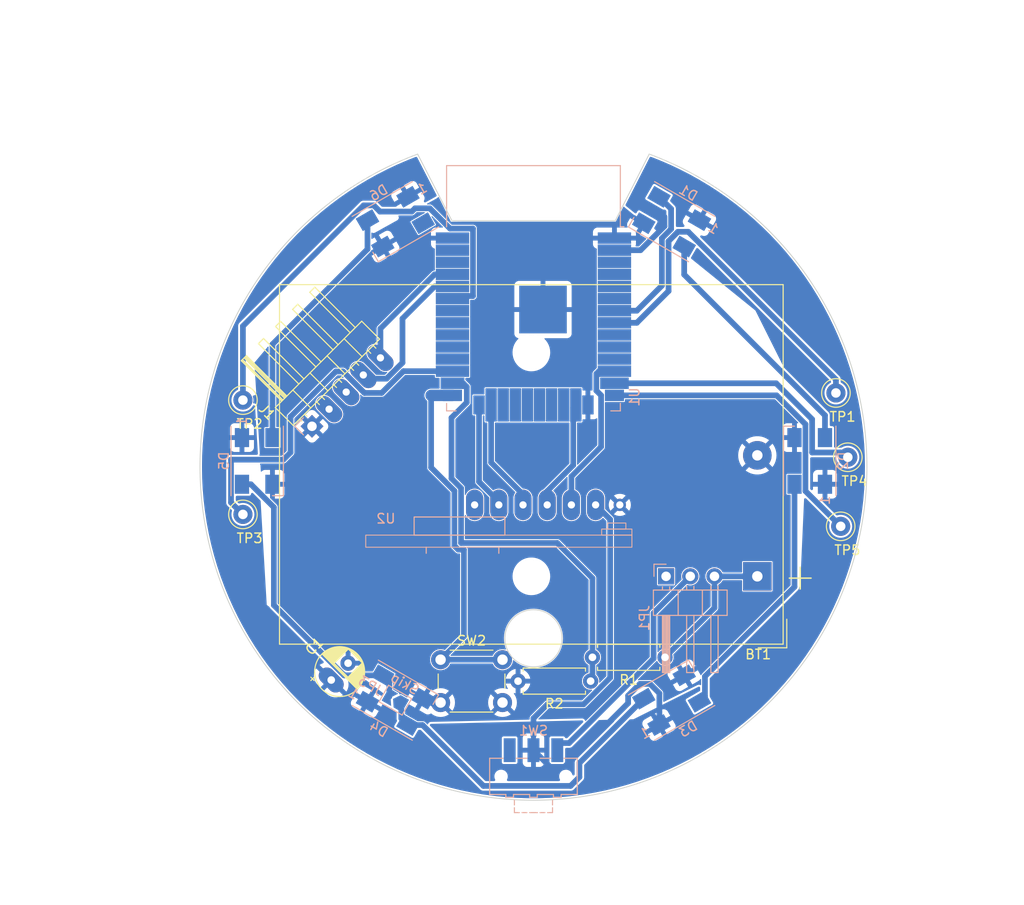
<source format=kicad_pcb>
(kicad_pcb (version 20211014) (generator pcbnew)
  (layers (0 "F.Cu" signal) (31 "B.Cu" signal) (34 "B.Paste" user) (35 "F.Paste" user) (36 "B.SilkS" user "B.Silkscreen") (37 "F.SilkS" user "F.Silkscreen") (38 "B.Mask" user) (39 "F.Mask" user) (44 "Edge.Cuts" user))
  (net 0 "")
  (net 1 "+3V3")
  (net 2 "GND")
  (net 3 "Net-(D1-Pad2)")
  (net 4 "Net-(D2-Pad2)")
  (net 5 "Net-(D3-Pad2)")
  (net 6 "Net-(D4-Pad2)")
  (net 20 "+BATT")
  (net 21 "Neopixel")
  (net 23 "/FTDI_3V3")
  (net 24 "/RX")
  (net 25 "/TX")
  (net 26 "BATTERY_METER")
  (net 27 "Net-(JP1-Pad2)")
  (net 28 "FLASH")
  (net 29 "TOUCH-9")
  (net 30 "TOUCH-8")
  (net 31 "TOUCH-7")
  (net 32 "TOUCH-6")
  (net 33 "TOUCH-5")
  (net 34 "Net-(D5-Pad2)")
  (net 35 "DAC1")
  (net 36 "DAC2")
  (net 38 "RADIO-0")
  (net 44 "RADIO-1")
  (net 45 "RADIO-2")
  (net 46 "RADIO-3")
  (footprint "TestPoint:TestPoint_Loop_D1.80mm_Drill1.0mm_Beaded" (layer "F.Cu") (at 133 99)
    (fp_text reference "TP4" (at 0.7 2.5) (layer "F.SilkS"))
    (fp_text value "Touch")
    (pad "1" thru_hole circle (at 0 0) (size 2 2) (drill 1) (layers *.Cu *.Mask) (net 32 "TOUCH-6"))
  )
  (footprint "TestPoint:TestPoint_Loop_D1.80mm_Drill1.0mm_Beaded" (layer "F.Cu") (at 132.25 106.25)
    (fp_text reference "TP5" (at 0.7 2.5) (layer "F.SilkS"))
    (fp_text value "Touch")
    (pad "1" thru_hole circle (at 0 0) (size 2 2) (drill 1) (layers *.Cu *.Mask) (net 33 "TOUCH-5"))
  )
  (footprint "TestPoint:TestPoint_Loop_D1.80mm_Drill1.0mm_Beaded" (layer "F.Cu") (at 131.75 92.25)
    (fp_text reference "TP1" (at 0.7 2.5) (layer "F.SilkS"))
    (fp_text value "Touch")
    (pad "1" thru_hole circle (at 0 0) (size 2 2) (drill 1) (layers *.Cu *.Mask) (net 29 "TOUCH-9"))
  )
  (footprint "TestPoint:TestPoint_Loop_D1.80mm_Drill1.0mm_Beaded" (layer "F.Cu") (at 69.5 105)
    (fp_text reference "TP3" (at 0.7 2.5) (layer "F.SilkS"))
    (fp_text value "Touch")
    (pad "1" thru_hole circle (at 0 0) (size 2 2) (drill 1) (layers *.Cu *.Mask) (net 31 "TOUCH-7"))
  )
  (footprint "Resistor_THT:R_Axial_DIN0207_L6.3mm_D2.5mm_P7.62mm_Horizontal" (layer "F.Cu") (at 113.81 120 180)
    (fp_text reference "R1" (at 3.81 -2.37) (layer "F.SilkS"))
    (fp_text value "R")
    (pad "1" thru_hole circle (at 0 0 180) (size 1.6 1.6) (drill 0.8) (layers *.Cu *.Mask) (net 20 "+BATT"))
    (pad "2" thru_hole oval (at 7.62 0 180) (size 1.6 1.6) (drill 0.8) (layers *.Cu *.Mask) (net 26 "BATTERY_METER"))
  )
  (footprint "Battery:BatteryHolder_Keystone_2479_3xAAA" (layer "F.Cu") (at 123.5 111.5 180)
    (fp_text reference "BT1" (at -0.09 -8.195) (layer "F.SilkS"))
    (fp_text value "Battery")
    (fp_text user "+" (at -4.5 0.05) (layer "F.SilkS") (effects (font (size 3 3))))
    (pad "" np_thru_hole circle locked (at 23.72 23.5 180) (size 3.45 3.45) (drill 3.45) (layers *.Cu *.Mask))
    (pad "" np_thru_hole circle locked (at 23.72 0 180) (size 3.45 3.45) (drill 3.45) (layers *.Cu *.Mask))
    (pad "1" thru_hole rect locked (at 0 0 180) (size 3 3) (drill 1.1) (layers *.Cu *.Mask) (net 20 "+BATT"))
    (pad "2" thru_hole circle locked (at 0 12.7 180) (size 3 3) (drill 1.1) (layers *.Cu *.Mask) (net 2 "GND"))
  )
  (footprint "Capacitor_THT:CP_Radial_D5.0mm_P2.50mm" (layer "F.Cu") (at 78.771746 122.383883 45)
    (fp_text reference "C1" (at 1.25 -3.75 45) (layer "F.SilkS"))
    (fp_text value "C_Polarized")
    (pad "1" thru_hole oval (at 0 0 45) (size 1.7 3) (drill 0.8) (layers *.Cu *.Mask) (net 1 "+3V3"))
    (pad "2" thru_hole circle (at 2.5 0 45) (size 1.6 1.6) (drill 0.8) (layers *.Cu *.Mask) (net 2 "GND"))
  )
  (footprint "Button_Switch_THT:SW_PUSH_6mm_H4.3mm" (layer "F.Cu") (at 90.25 120.25)
    (fp_text reference "SW2" (at 3.25 -2) (layer "F.SilkS"))
    (fp_text value "Button")
    (pad "1" thru_hole circle (at 6.5 0 90) (size 2 2) (drill 1.1) (layers *.Cu *.Mask) (net 28 "FLASH"))
    (pad "1" thru_hole circle (at 0 0 90) (size 2 2) (drill 1.1) (layers *.Cu *.Mask) (net 28 "FLASH"))
    (pad "2" thru_hole circle (at 0 4.5 90) (size 2 2) (drill 1.1) (layers *.Cu *.Mask) (net 2 "GND"))
    (pad "2" thru_hole circle (at 6.5 4.5 90) (size 2 2) (drill 1.1) (layers *.Cu *.Mask) (net 2 "GND"))
  )
  (footprint "TestPoint:TestPoint_Loop_D1.80mm_Drill1.0mm_Beaded" (layer "F.Cu") (at 69.5 93)
    (fp_text reference "TP2" (at 0.7 2.5) (layer "F.SilkS"))
    (fp_text value "Touch")
    (pad "1" thru_hole circle (at 0 0) (size 2 2) (drill 1) (layers *.Cu *.Mask) (net 30 "TOUCH-8"))
  )
  (footprint "Resistor_THT:R_Axial_DIN0207_L6.3mm_D2.5mm_P7.62mm_Horizontal" (layer "F.Cu") (at 106 122.5 180)
    (fp_text reference "R2" (at 3.81 -2.37) (layer "F.SilkS"))
    (fp_text value "R")
    (pad "1" thru_hole circle (at 0 0 180) (size 1.6 1.6) (drill 0.8) (layers *.Cu *.Mask) (net 26 "BATTERY_METER"))
    (pad "2" thru_hole oval (at 7.62 0 180) (size 1.6 1.6) (drill 0.8) (layers *.Cu *.Mask) (net 2 "GND"))
  )
  (footprint "LED_SMD:LED_WS2812B_PLCC4_5.0x5.0mm_P3.2mm" (layer "B.Cu") (at 85.5 74.270527 -150)
    (fp_text reference "D6" (at 0 3.5 30) (layer "B.SilkS") (effects (justify mirror)))
    (fp_text value "WS2812B" hide)
    (fp_text user "1" (at -4.150001 1.6 30) (layer "B.SilkS") (effects (justify mirror)))
    (pad "1" smd rect (at -2.45 1.6 210) (size 2 1.5) (layers "B.Cu" "B.Paste" "B.Mask") (net 1 "+3V3"))
    (pad "2" smd rect (at -2.45 -1.6 210) (size 2 1.5) (layers "B.Cu" "B.Paste" "B.Mask"))
    (pad "3" smd rect (at 2.45 -1.6 210) (size 2 1.5) (layers "B.Cu" "B.Paste" "B.Mask") (net 2 "GND"))
    (pad "4" smd rect (at 2.45 1.6 210) (size 2 1.5) (layers "B.Cu" "B.Paste" "B.Mask") (net 34 "Net-(D5-Pad2)"))
  )
  (footprint "LED_SMD:LED_WS2812B_PLCC4_5.0x5.0mm_P3.2mm" (layer "B.Cu") (at 129 99.385264 90)
    (fp_text reference "D2" (at 0 3.5 90) (layer "B.SilkS") (effects (justify mirror)))
    (fp_text value "WS2812B" hide)
    (fp_text user "1" (at -4.15 1.6 90) (layer "B.SilkS") (effects (justify mirror)))
    (pad "1" smd rect (at -2.45 1.6 90) (size 2 1.5) (layers "B.Cu" "B.Paste" "B.Mask") (net 1 "+3V3"))
    (pad "2" smd rect (at -2.45 -1.6 90) (size 2 1.5) (layers "B.Cu" "B.Paste" "B.Mask") (net 4 "Net-(D2-Pad2)"))
    (pad "3" smd rect (at 2.45 -1.6 90) (size 2 1.5) (layers "B.Cu" "B.Paste" "B.Mask") (net 2 "GND"))
    (pad "4" smd rect (at 2.45 1.6 90) (size 2 1.5) (layers "B.Cu" "B.Paste" "B.Mask") (net 3 "Net-(D1-Pad2)"))
  )
  (footprint "LED_SMD:LED_WS2812B_PLCC4_5.0x5.0mm_P3.2mm" (layer "B.Cu") (at 114.5 74.270527 150)
    (fp_text reference "D1" (at 0 3.5 150) (layer "B.SilkS") (effects (justify mirror)))
    (fp_text value "WS2812B" hide)
    (fp_text user "1" (at -4.15 1.600001 150) (layer "B.SilkS") (effects (justify mirror)))
    (pad "1" smd rect (at -2.45 1.6 150) (size 2 1.5) (layers "B.Cu" "B.Paste" "B.Mask") (net 1 "+3V3"))
    (pad "2" smd rect (at -2.45 -1.6 150) (size 2 1.5) (layers "B.Cu" "B.Paste" "B.Mask") (net 3 "Net-(D1-Pad2)"))
    (pad "3" smd rect (at 2.45 -1.6 150) (size 2 1.5) (layers "B.Cu" "B.Paste" "B.Mask") (net 2 "GND"))
    (pad "4" smd rect (at 2.45 1.6 150) (size 2 1.5) (layers "B.Cu" "B.Paste" "B.Mask") (net 21 "Neopixel"))
  )
  (footprint "Button_Switch_SMD:SW_SPDT_CK-JS102011SAQN" (layer "B.Cu") (at 100 132.5 180)
    (fp_text reference "SW1" (at 0 4.8) (layer "B.SilkS") (effects (justify mirror)))
    (fp_text value "SW_DPDT_x2")
    (pad "" np_thru_hole circle (at 3.4 0 180) (size 0.9 0.9) (drill 0.9) (layers *.Cu *.Mask))
    (pad "" np_thru_hole circle (at -3.4 0 180) (size 0.9 0.9) (drill 0.9) (layers *.Cu *.Mask))
    (pad "1" smd rect (at -2.5 2.75 180) (size 1.25 2.5) (layers "B.Cu" "B.Paste" "B.Mask") (net 27 "Net-(JP1-Pad2)"))
    (pad "2" smd rect (at 0 2.75 180) (size 1.25 2.5) (layers "B.Cu" "B.Paste" "B.Mask") (net 1 "+3V3"))
    (pad "3" smd rect (at 2.5 2.75 180) (size 1.25 2.5) (layers "B.Cu" "B.Paste" "B.Mask"))
  )
  (footprint "Jumper:SolderJumper-2_P1.3mm_Open_TrianglePad1.0x1.5mm" (layer "B.Cu") (at 85.5 124.5 150)
    (fp_text reference "JP3" (at 3 0 150) (layer "B.SilkS") (effects (justify mirror)))
    (fp_text value "Skip" (at 0 2 150) (layer "B.SilkS") (effects (justify mirror)))
    (pad "1" smd custom (at -0.725 0 150) (size 0.3 0.3) (layers "B.Cu" "B.Mask") (net 5 "Net-(D3-Pad2)") (options (clearance outline) (anchor rect)) (primitives (gr_poly (pts (xy 1 0) (xy 0.5 -0.75) (xy -0.5 -0.75) (xy -0.5 0.75) (xy 0.5 0.75)) (width 0) (fill yes))))
    (pad "2" smd custom (at 0.725 0 150) (size 0.3 0.3) (layers "B.Cu" "B.Mask") (net 6 "Net-(D4-Pad2)") (options (clearance outline) (anchor rect)) (primitives (gr_poly (pts (xy 0.5 -0.75) (xy -0.65 -0.75) (xy -0.15 0) (xy -0.65 0.75) (xy 0.5 0.75)) (width 0) (fill yes))))
  )
  (footprint "LED_SMD:LED_WS2812B_PLCC4_5.0x5.0mm_P3.2mm" (layer "B.Cu") (at 85.5 124.5 -30)
    (fp_text reference "D4" (at 0 3.499999 150) (layer "B.SilkS") (effects (justify mirror)))
    (fp_text value "WS2812B" hide)
    (fp_text user "1" (at -4.15 1.599999 150) (layer "B.SilkS") (effects (justify mirror)))
    (pad "1" smd rect (at -2.45 1.6 330) (size 2 1.5) (layers "B.Cu" "B.Paste" "B.Mask") (net 1 "+3V3"))
    (pad "2" smd rect (at -2.45 -1.6 330) (size 2 1.5) (layers "B.Cu" "B.Paste" "B.Mask") (net 6 "Net-(D4-Pad2)"))
    (pad "3" smd rect (at 2.45 -1.6 330) (size 2 1.5) (layers "B.Cu" "B.Paste" "B.Mask") (net 2 "GND"))
    (pad "4" smd rect (at 2.45 1.6 330) (size 2 1.5) (layers "B.Cu" "B.Paste" "B.Mask") (net 5 "Net-(D3-Pad2)"))
  )
  (footprint "RF_Module:ESP32-WROOM-32" (layer "B.Cu") (at 100 84.25 180)
    (fp_text reference "U1" (at -10.61 -8.43 90) (layer "B.SilkS") (effects (justify mirror)))
    (fp_text value "ESP32-WROOM-32")
    (pad "1" smd rect (at -8.5 8.255 180) (size 3.5 1.2) (layers "B.Cu" "B.Paste" "B.Mask") (net 2 "GND"))
    (pad "2" smd rect (at -8.5 6.985 180) (size 3.5 1.2) (layers "B.Cu" "B.Paste" "B.Mask") (net 1 "+3V3"))
    (pad "3" smd rect (at -8.5 5.715 180) (size 3.5 1.2) (layers "B.Cu" "B.Paste" "B.Mask"))
    (pad "4" smd rect (at -8.5 4.445 180) (size 3.5 1.2) (layers "B.Cu" "B.Paste" "B.Mask"))
    (pad "5" smd rect (at -8.5 3.175 180) (size 3.5 1.2) (layers "B.Cu" "B.Paste" "B.Mask"))
    (pad "6" smd rect (at -8.5 1.905 180) (size 3.5 1.2) (layers "B.Cu" "B.Paste" "B.Mask"))
    (pad "7" smd rect (at -8.5 0.635 180) (size 3.5 1.2) (layers "B.Cu" "B.Paste" "B.Mask") (net 21 "Neopixel"))
    (pad "8" smd rect (at -8.5 -0.635 180) (size 3.5 1.2) (layers "B.Cu" "B.Paste" "B.Mask") (net 29 "TOUCH-9"))
    (pad "9" smd rect (at -8.5 -1.905 180) (size 3.5 1.2) (layers "B.Cu" "B.Paste" "B.Mask"))
    (pad "10" smd rect (at -8.5 -3.175 180) (size 3.5 1.2) (layers "B.Cu" "B.Paste" "B.Mask") (net 35 "DAC1"))
    (pad "11" smd rect (at -8.5 -4.445 180) (size 3.5 1.2) (layers "B.Cu" "B.Paste" "B.Mask") (net 36 "DAC2"))
    (pad "12" smd rect (at -8.5 -5.715 180) (size 3.5 1.2) (layers "B.Cu" "B.Paste" "B.Mask") (net 38 "RADIO-0"))
    (pad "13" smd rect (at -8.5 -6.985 180) (size 3 1.2) (layers "B.Cu" "B.Paste" "B.Mask") (net 32 "TOUCH-6"))
    (pad "14" smd rect (at -8.5 -8.255 180) (size 2 1.2) (layers "B.Cu" "B.Paste" "B.Mask") (net 33 "TOUCH-5"))
    (pad "15" smd rect (at -5.715 -9.255 90) (size 2 1.2) (layers "B.Cu" "B.Paste" "B.Mask") (net 2 "GND"))
    (pad "16" smd rect (at -4.445 -9.255 90) (size 3.5 1.2) (layers "B.Cu" "B.Paste" "B.Mask") (net 44 "RADIO-1"))
    (pad "17" smd rect (at -3.175 -9.255 90) (size 3.5 1.2) (layers "B.Cu" "B.Paste" "B.Mask"))
    (pad "18" smd rect (at -1.905 -9.255 90) (size 3.5 1.2) (layers "B.Cu" "B.Paste" "B.Mask"))
    (pad "19" smd rect (at -0.635 -9.255 90) (size 3.5 1.2) (layers "B.Cu" "B.Paste" "B.Mask"))
    (pad "20" smd rect (at 0.635 -9.255 90) (size 3.5 1.2) (layers "B.Cu" "B.Paste" "B.Mask"))
    (pad "21" smd rect (at 1.905 -9.255 90) (size 3.5 1.2) (layers "B.Cu" "B.Paste" "B.Mask"))
    (pad "22" smd rect (at 3.175 -9.255 90) (size 3.5 1.2) (layers "B.Cu" "B.Paste" "B.Mask"))
    (pad "23" smd rect (at 4.445 -9.255 90) (size 3.5 1.2) (layers "B.Cu" "B.Paste" "B.Mask") (net 45 "RADIO-2"))
    (pad "24" smd rect (at 5.715 -9.255 90) (size 2 1.2) (layers "B.Cu" "B.Paste" "B.Mask") (net 46 "RADIO-3"))
    (pad "25" smd rect (at 8.5 -8.255 180) (size 2 1.2) (layers "B.Cu" "B.Paste" "B.Mask") (net 28 "FLASH"))
    (pad "26" smd rect (at 8.5 -6.985 180) (size 2.5 1.2) (layers "B.Cu" "B.Paste" "B.Mask") (net 26 "BATTERY_METER"))
    (pad "27" smd rect (at 8.5 -5.715 180) (size 3.5 1.2) (layers "B.Cu" "B.Paste" "B.Mask") (net 31 "TOUCH-7"))
    (pad "28" smd rect (at 8.5 -4.445 180) (size 3.5 1.2) (layers "B.Cu" "B.Paste" "B.Mask"))
    (pad "29" smd rect (at 8.5 -3.175 180) (size 3.5 1.2) (layers "B.Cu" "B.Paste" "B.Mask"))
    (pad "30" smd rect (at 8.5 -1.905 180) (size 3.5 1.2) (layers "B.Cu" "B.Paste" "B.Mask"))
    (pad "31" smd rect (at 8.5 -0.635 180) (size 3.5 1.2) (layers "B.Cu" "B.Paste" "B.Mask"))
    (pad "32" smd rect (at 8.5 0.635 180) (size 3.5 1.2) (layers "B.Cu" "B.Paste" "B.Mask"))
    (pad "33" smd rect (at 8.5 1.905 180) (size 3.5 1.2) (layers "B.Cu" "B.Paste" "B.Mask") (net 30 "TOUCH-8"))
    (pad "34" smd rect (at 8.5 3.175 180) (size 3.5 1.2) (layers "B.Cu" "B.Paste" "B.Mask") (net 24 "/RX"))
    (pad "35" smd rect (at 8.5 4.445 180) (size 3.5 1.2) (layers "B.Cu" "B.Paste" "B.Mask") (net 25 "/TX"))
    (pad "36" smd rect (at 8.5 5.715 180) (size 3.5 1.2) (layers "B.Cu" "B.Paste" "B.Mask"))
    (pad "37" smd rect (at 8.5 6.985 180) (size 3.5 1.2) (layers "B.Cu" "B.Paste" "B.Mask"))
    (pad "38" smd rect (at 8.5 8.255 180) (size 3.5 1.2) (layers "B.Cu" "B.Paste" "B.Mask") (net 2 "GND"))
    (pad "39" smd rect (at -1 0.755 180) (size 5 5) (layers "B.Cu" "B.Paste" "B.Mask") (net 2 "GND"))
    (zone (net 0) (net_name "") (layers *.Cu) (connect_pads (clearance 0)) (min_thickness 0.254)
      (keepout (tracks not_allowed) (vias not_allowed) (pads not_allowed) (copperpour not_allowed) (footprints not_allowed))
      (fill (thermal_gap 0.508) (thermal_bridge_width 0.508))
      (polygon (pts (xy 108.666664 74.138892) (xy 91.333336 74.28) (xy 86 63.5) (xy 114 63.5)))
    )
  )
  (footprint "LED_SMD:LED_WS2812B_PLCC4_5.0x5.0mm_P3.2mm" (layer "B.Cu") (at 114.5 124.5 30)
    (fp_text reference "D3" (at 0 3.499999 30) (layer "B.SilkS") (effects (justify mirror)))
    (fp_text value "WS2812B" hide)
    (fp_text user "1" (at -4.149999 1.6 30) (layer "B.SilkS") (effects (justify mirror)))
    (pad "1" smd rect (at -2.45 1.6 30) (size 2 1.5) (layers "B.Cu" "B.Paste" "B.Mask") (net 1 "+3V3"))
    (pad "2" smd rect (at -2.45 -1.6 30) (size 2 1.5) (layers "B.Cu" "B.Paste" "B.Mask") (net 5 "Net-(D3-Pad2)"))
    (pad "3" smd rect (at 2.45 -1.6 30) (size 2 1.5) (layers "B.Cu" "B.Paste" "B.Mask") (net 2 "GND"))
    (pad "4" smd rect (at 2.45 1.6 30) (size 2 1.5) (layers "B.Cu" "B.Paste" "B.Mask") (net 4 "Net-(D2-Pad2)"))
  )
  (footprint "Connector_PinHeader_2.54mm:PinHeader_1x03_P2.54mm_Horizontal" (layer "B.Cu") (at 113.92 111.5 -90)
    (fp_text reference "JP1" (at 4.385 2.27 90) (layer "B.SilkS") (effects (justify mirror)))
    (fp_text value "Voltage Source")
    (pad "1" thru_hole rect (at 0 0 270) (size 1.7 1.7) (drill 1) (layers *.Cu *.Mask) (net 23 "/FTDI_3V3"))
    (pad "2" thru_hole oval (at 0 -2.54 270) (size 1.7 1.7) (drill 1) (layers *.Cu *.Mask) (net 27 "Net-(JP1-Pad2)"))
    (pad "3" thru_hole oval (at 0 -5.08 270) (size 1.7 1.7) (drill 1) (layers *.Cu *.Mask) (net 20 "+BATT"))
  )
  (footprint "Connector_PinHeader_2.54mm:PinHeader_1x05_P2.54mm_Horizontal" (layer "B.Cu") (at 76.75 95.75 -45)
    (fp_text reference "J1" (at -4.398332 2.27 135) (layer "F.SilkS"))
    (fp_text value "Serial")
    (pad "1" thru_hole rect (at 0 0 315) (size 1.7 1.7) (drill 1) (layers *.Cu *.Mask) (net 2 "GND"))
    (pad "2" thru_hole oval (at 0 -2.54 225) (size 1.7 3.2) (drill 0.762) (layers *.Cu *.Mask))
    (pad "3" thru_hole oval (at 0 -5.08 225) (size 1.7 3.2) (drill 0.762) (layers *.Cu *.Mask) (net 23 "/FTDI_3V3"))
    (pad "4" thru_hole oval (at 0 -7.62 225) (size 1.7 3.2) (drill 0.762) (layers *.Cu *.Mask) (net 24 "/RX"))
    (pad "5" thru_hole oval (at 0 -10.16 225) (size 1.7 3.2) (drill 0.762) (layers *.Cu *.Mask) (net 25 "/TX"))
  )
  (footprint "LED_SMD:LED_WS2812B_PLCC4_5.0x5.0mm_P3.2mm" (layer "B.Cu") (at 71 99.385264 -90)
    (fp_text reference "D5" (at 0 3.5 90) (layer "B.SilkS") (effects (justify mirror)))
    (fp_text value "WS2812B" hide)
    (fp_text user "1" (at -4.15 1.6 90) (layer "B.SilkS") (effects (justify mirror)))
    (pad "1" smd rect (at -2.45 1.6 270) (size 2 1.5) (layers "B.Cu" "B.Paste" "B.Mask") (net 1 "+3V3"))
    (pad "2" smd rect (at -2.45 -1.6 270) (size 2 1.5) (layers "B.Cu" "B.Paste" "B.Mask") (net 34 "Net-(D5-Pad2)"))
    (pad "3" smd rect (at 2.45 -1.6 270) (size 2 1.5) (layers "B.Cu" "B.Paste" "B.Mask") (net 2 "GND"))
    (pad "4" smd rect (at 2.45 1.6 270) (size 2 1.5) (layers "B.Cu" "B.Paste" "B.Mask") (net 6 "Net-(D4-Pad2)"))
  )
  (footprint "radio-receiver:radio-receiver" (layer "B.Cu") (at 109.0625 104 180)
    (fp_text reference "U2" (at 24.555548 -1.444444 unlocked) (layer "B.SilkS") (effects (justify mirror)))
    (fp_text value "radio-receiver")
    (pad "1" thru_hole circle (at 0 0 270) (size 1.3 1.3) (drill 0.762) (layers *.Cu *.Mask) (net 2 "GND"))
    (pad "2" thru_hole oval (at 2.54 0 270) (size 3.2 1.8) (drill 0.762) (layers *.Cu *.Mask) (net 1 "+3V3"))
    (pad "3" thru_hole oval (at 5.08 0 270) (size 3.2 1.8) (drill 0.762) (layers *.Cu *.Mask) (net 38 "RADIO-0"))
    (pad "4" thru_hole oval (at 7.62 0 270) (size 3.2 1.8) (drill 0.762) (layers *.Cu *.Mask) (net 44 "RADIO-1"))
    (pad "5" thru_hole oval (at 10.16 0 270) (size 3.2 1.8) (drill 0.762) (layers *.Cu *.Mask) (net 45 "RADIO-2"))
    (pad "6" thru_hole oval (at 12.7 0 270) (size 3.2 1.8) (drill 0.762) (layers *.Cu *.Mask) (net 46 "RADIO-3"))
    (pad "7" thru_hole oval (at 15.24 0 270) (size 3.2 1.8) (drill 0.762) (layers *.Cu *.Mask))
  )
  (gr_arc (start 112.15 67.175) (mid 100.004342 135.001473) (end 87.841856 67.178016) (layer "Edge.Cuts") (width 0.1))
  (gr_line (start 87.841856 67.178016) (end 91.44 74.168) (layer "Edge.Cuts") (width 0.1))
  (gr_line (start 108.585 74.168) (end 91.44 74.168) (layer "Edge.Cuts") (width 0.1))
  (gr_line (start 108.585 74.168) (end 112.15 67.175) (layer "Edge.Cuts") (width 0.1))
  (gr_circle (center 100 118) (end 103 118) (layer "Edge.Cuts") (width 0.1) (fill none))
  (segment (start 103.250001 131.499999) (end 109.937213 124.812787) (width 0.6) (layer "B.Cu") (net 1))
  (segment (start 113.75 74.75) (end 113.75 73.75) (width 0.6) (layer "B.Cu") (net 1))
  (segment (start 108.5 77.265) (end 111.235 77.265) (width 0.6) (layer "B.Cu") (net 1))
  (segment (start 109.937213 124.812787) (end 109.937213 124.024154) (width 0.6) (layer "B.Cu") (net 1))
  (segment (start 100 126.4) (end 100 128.25) (width 0.6) (layer "B.Cu") (net 1))
  (segment (start 109.937213 124.024154) (end 111.171527 122.78984) (width 0.6) (layer "B.Cu") (net 1))
  (segment (start 106.5225 104) (end 108.050499 105.527999) (width 0.6) (layer "B.Cu") (net 1))
  (segment (start 111.171527 122.78984) (end 112.234949 122.78984) (width 0.6) (layer "B.Cu") (net 1))
  (segment (start 105.268559 124.928498) (end 101.471502 124.928498) (width 0.6) (layer "B.Cu") (net 1))
  (segment (start 100 129.75) (end 102 131.75) (width 0.6) (layer "B.Cu") (net 1))
  (segment (start 112.234949 122.78984) (end 113.219263 123.774154) (width 0.6) (layer "B.Cu") (net 1))
  (segment (start 102 131.75) (end 102.25 131.75) (width 0.6) (layer "B.Cu") (net 1))
  (segment (start 113.219263 127.069616) (end 113.178238 127.110641) (width 0.6) (layer "B.Cu") (net 1))
  (segment (start 111.235 77.265) (end 113.75 74.75) (width 0.6) (layer "B.Cu") (net 1))
  (segment (start 108.050499 122.146558) (end 105.268559 124.928498) (width 0.6) (layer "B.Cu") (net 1))
  (segment (start 108.050499 105.527999) (end 108.050499 122.146558) (width 0.6) (layer "B.Cu") (net 1))
  (segment (start 113.219263 123.774154) (end 113.219263 127.069616) (width 0.6) (layer "B.Cu") (net 1))
  (segment (start 102.500001 131.499999) (end 103.250001 131.499999) (width 0.6) (layer "B.Cu") (net 1))
  (segment (start 102.25 131.75) (end 102.500001 131.499999) (width 0.6) (layer "B.Cu") (net 1))
  (segment (start 101.471502 124.928498) (end 100 126.4) (width 0.6) (layer "B.Cu") (net 1))
  (segment (start 130.6 94.6) (end 130.6 96.935264) (width 0.6) (layer "B.Cu") (net 3))
  (segment (start 115.821762 76.881168) (end 115.821762 79.821762) (width 0.6) (layer "B.Cu") (net 3))
  (segment (start 115.821762 79.821762) (end 130.6 94.6) (width 0.6) (layer "B.Cu") (net 3))
  (segment (start 130.6 96.935264) (end 130.6 97.060264) (width 0.6) (layer "B.Cu") (net 3))
  (segment (start 127.4 101.835264) (end 127.4 112.6) (width 0.6) (layer "B.Cu") (net 4))
  (segment (start 118 124.082403) (end 117.421762 124.660641) (width 0.6) (layer "B.Cu") (net 4))
  (segment (start 118 122) (end 118 124.082403) (width 0.6) (layer "B.Cu") (net 4))
  (segment (start 127.4 112.6) (end 118 122) (width 0.6) (layer "B.Cu") (net 4))
  (segment (start 86.127868 124.8625) (end 86.127868 126.416747) (width 0.6) (layer "B.Cu") (net 5))
  (segment (start 86.821762 127.110641) (end 88.360641 127.110641) (width 0.6) (layer "B.Cu") (net 5))
  (segment (start 104.823013 131.094584) (end 111.578238 124.339359) (width 0.6) (layer "B.Cu") (net 5))
  (segment (start 104.823013 132.573013) (end 104.823013 131.094584) (width 0.6) (layer "B.Cu") (net 5))
  (segment (start 103.896026 133.5) (end 104.823013 132.573013) (width 0.6) (layer "B.Cu") (net 5))
  (segment (start 88.360641 127.110641) (end 94.75 133.5) (width 0.6) (layer "B.Cu") (net 5))
  (segment (start 94.75 133.5) (end 103.896026 133.5) (width 0.6) (layer "B.Cu") (net 5))
  (segment (start 86.127868 126.416747) (end 86.821762 127.110641) (width 0.6) (layer "B.Cu") (net 5))
  (segment (start 80.115699 121.889359) (end 72.75 114.52366) (width 0.6) (layer "B.Cu") (net 6))
  (segment (start 72.75 114.52366) (end 72.75 104.25) (width 0.6) (layer "B.Cu") (net 6))
  (segment (start 80.139359 121.889359) (end 80 121.75) (width 0.6) (layer "B.Cu") (net 6))
  (segment (start 72.75 104.25) (end 70.335264 101.835264) (width 0.6) (layer "B.Cu") (net 6))
  (segment (start 84.178238 121.889359) (end 80.139359 121.889359) (width 0.6) (layer "B.Cu") (net 6))
  (segment (start 70.335264 101.835264) (end 69.4 101.835264) (width 0.6) (layer "B.Cu") (net 6))
  (segment (start 84.872132 124.1375) (end 84.872132 122.583253) (width 0.6) (layer "B.Cu") (net 6))
  (segment (start 84.872132 122.583253) (end 84.178238 121.889359) (width 0.6) (layer "B.Cu") (net 6))
  (segment (start 80.139359 121.889359) (end 80.115699 121.889359) (width 0.6) (layer "B.Cu") (net 6))
  (segment (start 113.81 120) (end 119 114.81) (width 0.6) (layer "B.Cu") (net 20))
  (segment (start 119 111.5) (end 123.5 111.5) (width 0.6) (layer "B.Cu") (net 20))
  (segment (start 119 114.81) (end 119 111.5) (width 0.6) (layer "B.Cu") (net 20))
  (segment (start 110.85 83.615) (end 113.481236 80.983764) (width 0.6) (layer "B.Cu") (net 21))
  (segment (start 114.449501 72.931149) (end 113.178238 71.659886) (width 0.6) (layer "B.Cu") (net 21))
  (segment (start 113.481236 80.983764) (end 113.481236 76.008008) (width 0.6) (layer "B.Cu") (net 21))
  (segment (start 114.449501 75.039743) (end 114.449501 72.931149) (width 0.6) (layer "B.Cu") (net 21))
  (segment (start 113.481236 76.008008) (end 114.449501 75.039743) (width 0.6) (layer "B.Cu") (net 21))
  (segment (start 108.5 83.615) (end 110.85 83.615) (width 0.6) (layer "B.Cu") (net 21))
  (segment (start 86.25 89.078426) (end 84.578426 90.75) (width 0.6) (layer "B.Cu") (net 24))
  (segment (start 89.62 81.075) (end 86.25 84.445) (width 0.6) (layer "B.Cu") (net 24))
  (segment (start 86.25 84.445) (end 86.25 89.078426) (width 0.6) (layer "B.Cu") (net 24))
  (segment (start 84.578426 90.75) (end 82.526308 90.75) (width 0.6) (layer "B.Cu") (net 24))
  (segment (start 91.5 81.075) (end 89.62 81.075) (width 0.6) (layer "B.Cu") (net 24))
  (segment (start 82.526308 90.75) (end 82.138154 90.361846) (width 0.6) (layer "B.Cu") (net 24))
  (segment (start 83.934205 85.490795) (end 83.934205 88.565795) (width 0.6) (layer "B.Cu") (net 25))
  (segment (start 89.62 79.805) (end 83.934205 85.490795) (width 0.6) (layer "B.Cu") (net 25))
  (segment (start 91.5 79.805) (end 89.62 79.805) (width 0.6) (layer "B.Cu") (net 25))
  (segment (start 92.399002 102.23631) (end 91.399002 101.23631) (width 0.6) (layer "B.Cu") (net 26))
  (segment (start 102.5 108) (end 92.399002 108) (width 0.6) (layer "B.Cu") (net 26))
  (segment (start 106.19 120) (end 106.19 122.31) (width 0.6) (layer "B.Cu") (net 26))
  (segment (start 93 93.25) (end 93 91.605) (width 0.6) (layer "B.Cu") (net 26))
  (segment (start 91.399002 94.850998) (end 93 93.25) (width 0.6) (layer "B.Cu") (net 26))
  (segment (start 106.19 120) (end 106.19 111.69) (width 0.6) (layer "B.Cu") (net 26))
  (segment (start 93 91.605) (end 92.63 91.235) (width 0.6) (layer "B.Cu") (net 26))
  (segment (start 91.399002 101.23631) (end 91.399002 94.850998) (width 0.6) (layer "B.Cu") (net 26))
  (segment (start 106.19 122.31) (end 106 122.5) (width 0.6) (layer "B.Cu") (net 26))
  (segment (start 106.19 111.69) (end 102.5 108) (width 0.6) (layer "B.Cu") (net 26))
  (segment (start 92.399002 108) (end 92.399002 102.23631) (width 0.6) (layer "B.Cu") (net 26))
  (segment (start 92.63 91.235) (end 91.5 91.235) (width 0.6) (layer "B.Cu") (net 26))
  (segment (start 112.61 115.35) (end 116.46 111.5) (width 0.6) (layer "B.Cu") (net 27))
  (segment (start 112.61 120.129244) (end 112.61 115.35) (width 0.6) (layer "B.Cu") (net 27))
  (segment (start 102.5 129) (end 103.739244 129) (width 0.6) (layer "B.Cu") (net 27))
  (segment (start 103.739244 129) (end 112.61 120.129244) (width 0.6) (layer "B.Cu") (net 27))
  (segment (start 91.699002 108.289949) (end 91.699002 102.525554) (width 0.6) (layer "B.Cu") (net 28))
  (segment (start 91.699002 102.525554) (end 89.255 100.081552) (width 0.6) (layer "B.Cu") (net 28))
  (segment (start 89.255 100.081552) (end 89.255 92.505) (width 0.6) (layer "B.Cu") (net 28))
  (segment (start 92.699501 108.7) (end 92.109053 108.7) (width 0.6) (layer "B.Cu") (net 28))
  (segment (start 90.25 120.25) (end 92.699501 117.800499) (width 0.6) (layer "B.Cu") (net 28))
  (segment (start 96.75 120.25) (end 90.25 120.25) (width 0.6) (layer "B.Cu") (net 28))
  (segment (start 91.5 92.505) (end 89.255 92.505) (width 1.2) (layer "B.Cu") (net 28))
  (segment (start 92.699501 117.800499) (end 92.699501 108.7) (width 0.6) (layer "B.Cu") (net 28))
  (segment (start 92.109053 108.7) (end 91.699002 108.289949) (width 0.6) (layer "B.Cu") (net 28))
  (segment (start 108.5 84.885) (end 110.85 84.885) (width 0.6) (layer "B.Cu") (net 29))
  (segment (start 114.180737 76.315963) (end 115.165051 75.331649) (width 0.6) (layer "B.Cu") (net 29))
  (segment (start 116.245862 75.331649) (end 131.75 90.835787) (width 0.6) (layer "B.Cu") (net 29))
  (segment (start 110.85 84.885) (end 114.180737 81.554263) (width 0.6) (layer "B.Cu") (net 29))
  (segment (start 131.75 90.835787) (end 131.75 92.25) (width 0.6) (layer "B.Cu") (net 29))
  (segment (start 115.165051 75.331649) (end 116.245862 75.331649) (width 0.6) (layer "B.Cu") (net 29))
  (segment (start 114.180737 81.554263) (end 114.180737 76.315963) (width 0.6) (layer "B.Cu") (net 29))
  (segment (start 87.228473 73.209405) (end 83.883987 73.209405) (width 0.6) (layer "B.Cu") (net 30))
  (segment (start 91.5 82.075) (end 93.65 82.075) (width 0.6) (layer "B.Cu") (net 30))
  (segment (start 93.65 82.075) (end 93.65 74.995) (width 0.6) (layer "B.Cu") (net 30))
  (segment (start 93.65 74.995) (end 91.245 74.995) (width 0.6) (layer "B.Cu") (net 30))
  (segment (start 83.234949 72.560367) (end 82.171527 72.560367) (width 0.6) (layer "B.Cu") (net 30))
  (segment (start 69.5 85.231894) (end 69.5 93) (width 0.6) (layer "B.Cu") (net 30))
  (segment (start 89.117899 72.867899) (end 87.569979 72.867899) (width 0.6) (layer "B.Cu") (net 30))
  (segment (start 83.883987 73.209405) (end 83.234949 72.560367) (width 0.6) (layer "B.Cu") (net 30))
  (segment (start 87.569979 72.867899) (end 87.228473 73.209405) (width 0.6) (layer "B.Cu") (net 30))
  (segment (start 91.5 82.345) (end 91.5 82.075) (width 0.6) (layer "B.Cu") (net 30))
  (segment (start 82.171527 72.560367) (end 69.5 85.231894) (width 0.6) (layer "B.Cu") (net 30))
  (segment (start 91.245 74.995) (end 89.117899 72.867899) (width 0.6) (layer "B.Cu") (net 30))
  (segment (start 91.5 89.965) (end 86.35267 89.965) (width 0.6) (layer "B.Cu") (net 31))
  (segment (start 68.25 103.75) (end 69.5 105) (width 0.6) (layer "B.Cu") (net 31))
  (segment (start 86.35267 89.965) (end 84.06767 92.25) (width 0.6) (layer "B.Cu") (net 31))
  (segment (start 68.25 99.25) (end 68.25 103.75) (width 0.6) (layer "B.Cu") (net 31))
  (segment (start 73.75 99.25) (end 68.25 99.25) (width 0.6) (layer "B.Cu") (net 31))
  (segment (start 74.5 98.5) (end 73.75 99.25) (width 0.6) (layer "B.Cu") (net 31))
  (segment (start 82.259248 92.25) (end 80.009248 90) (width 0.6) (layer "B.Cu") (net 31))
  (segment (start 79.25 90) (end 74.5 94.75) (width 0.6) (layer "B.Cu") (net 31))
  (segment (start 84.06767 92.25) (end 82.259248 92.25) (width 0.6) (layer "B.Cu") (net 31))
  (segment (start 74.5 94.75) (end 74.5 98.5) (width 0.6) (layer "B.Cu") (net 31))
  (segment (start 80.009248 90) (end 79.25 90) (width 0.6) (layer "B.Cu") (net 31))
  (segment (start 132.239244 98.5) (end 133 99.260756) (width 0.6) (layer "B.Cu") (net 32))
  (segment (start 129.25 98.5) (end 132.239244 98.5) (width 0.6) (layer "B.Cu") (net 32))
  (segment (start 133 99.260756) (end 133 99.5) (width 0.6) (layer "B.Cu") (net 32))
  (segment (start 125.474244 91.235) (end 129.25 95.010756) (width 0.6) (layer "B.Cu") (net 32))
  (segment (start 108.5 91.235) (end 125.474244 91.235) (width 0.6) (layer "B.Cu") (net 32))
  (segment (start 129.25 95.010756) (end 129.25 98.5) (width 0.6) (layer "B.Cu") (net 32))
  (segment (start 128.55 95.535264) (end 128.55 102.55) (width 0.6) (layer "B.Cu") (net 33))
  (segment (start 128.55 102.55) (end 132.25 106.25) (width 0.6) (layer "B.Cu") (net 33))
  (segment (start 125.519736 92.505) (end 128.55 95.535264) (width 0.6) (layer "B.Cu") (net 33))
  (segment (start 108.5 92.505) (end 125.519736 92.505) (width 0.6) (layer "B.Cu") (net 33))
  (segment (start 72.6 87.139244) (end 82.578238 77.161006) (width 0.6) (layer "B.Cu") (net 34))
  (segment (start 82.578238 77.161006) (end 82.578238 74.109886) (width 0.6) (layer "B.Cu") (net 34))
  (segment (start 72.6 96.935264) (end 72.6 87.139244) (width 0.6) (layer "B.Cu") (net 34))
  (segment (start 106.6 92) (end 107.1 92.5) (width 0.6) (layer "B.Cu") (net 38))
  (segment (start 106.87 89.965) (end 106.6 90.235) (width 0.6) (layer "B.Cu") (net 38))
  (segment (start 107.1 97.9) (end 103.9825 101.0175) (width 0.6) (layer "B.Cu") (net 38))
  (segment (start 107.1 92.5) (end 107.1 97.9) (width 0.6) (layer "B.Cu") (net 38))
  (segment (start 108.5 89.965) (end 106.87 89.965) (width 0.6) (layer "B.Cu") (net 38))
  (segment (start 103.9825 101.0175) (end 103.9825 104) (width 0.6) (layer "B.Cu") (net 38))
  (segment (start 106.6 90.235) (end 106.6 92) (width 0.6) (layer "B.Cu") (net 38))
  (segment (start 101.4425 102.5575) (end 101.4425 104) (width 0.6) (layer "B.Cu") (net 44))
  (segment (start 104.175 93.775) (end 104.175 99.825) (width 0.6) (layer "B.Cu") (net 44))
  (segment (start 104.445 93.505) (end 104.175 93.775) (width 0.6) (layer "B.Cu") (net 44))
  (segment (start 104.175 99.825) (end 101.4425 102.5575) (width 0.6) (layer "B.Cu") (net 44))
  (segment (start 95.555 93.505) (end 95.555 99.555) (width 0.6) (layer "B.Cu") (net 45))
  (segment (start 95.555 99.555) (end 98.9025 102.9025) (width 0.6) (layer "B.Cu") (net 45))
  (segment (start 98.9025 102.9025) (end 98.9025 104) (width 0.6) (layer "B.Cu") (net 45))
  (segment (start 96.3625 104) (end 96.3625 103.65) (width 0.6) (layer "B.Cu") (net 46))
  (segment (start 96.3625 103.65) (end 94.285 101.5725) (width 0.6) (layer "B.Cu") (net 46))
  (segment (start 94.285 101.5725) (end 94.285 93.505) (width 0.6) (layer "B.Cu") (net 46))
  (zone (net 1) (net_name "+3V3") (layer "B.Cu") (priority 1) (connect_pads (clearance 0.2)) (min_thickness 0.254) (fill yes (thermal_gap 0.508) (thermal_bridge_width 0.508))
    (polygon (pts (xy 150 51.5) (xy 151.5 146) (xy 44.5 144) (xy 44 51.5) (xy 89.5 51.5) (xy 90 71.5) (xy 81 76.5) (xy 70.5 89) (xy 72 114.5) (xy 88.5 127) (xy 110.5 126.5) (xy 117.5 123) (xy 128 112.5) (xy 128.8 94.6) (xy 123.3 83.6) (xy 109.25 72.25) (xy 112 51)))
  )
  (zone locked (net 2) (net_name "GND") (layer "B.Cu") (connect_pads (clearance 0.1)) (min_thickness 0.1) (fill yes (thermal_gap 0.508) (thermal_bridge_width 0.508))
    (polygon (pts (xy 137 136) (xy 62 136) (xy 62 61) (xy 137 61)))
  )
)
</source>
